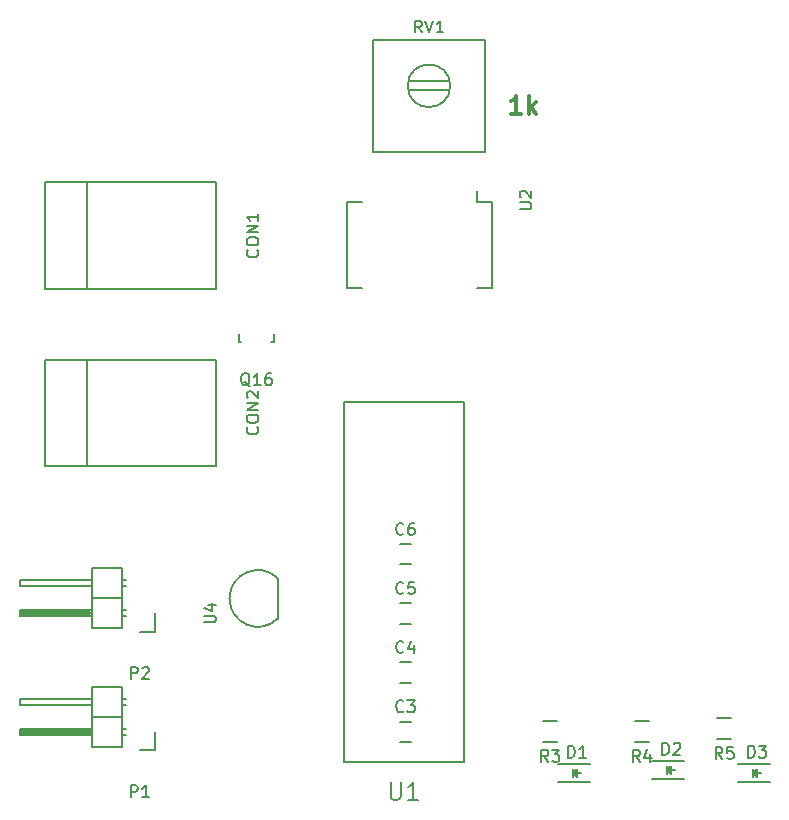
<source format=gto>
G04 #@! TF.FileFunction,Legend,Top*
%FSLAX46Y46*%
G04 Gerber Fmt 4.6, Leading zero omitted, Abs format (unit mm)*
G04 Created by KiCad (PCBNEW 4.0.0-2.201511301920+6191~38~ubuntu14.04.1-stable) date Fri 11 Mar 2016 15:08:48 AEDT*
%MOMM*%
G01*
G04 APERTURE LIST*
%ADD10C,0.100000*%
%ADD11C,0.300000*%
%ADD12C,0.150000*%
G04 APERTURE END LIST*
D10*
D11*
X174821429Y-62678571D02*
X173964286Y-62678571D01*
X174392858Y-62678571D02*
X174392858Y-61178571D01*
X174250001Y-61392857D01*
X174107143Y-61535714D01*
X173964286Y-61607143D01*
X175464286Y-62678571D02*
X175464286Y-61178571D01*
X175607143Y-62107143D02*
X176035714Y-62678571D01*
X176035714Y-61678571D02*
X175464286Y-62250000D01*
D12*
X165500000Y-114150000D02*
X164500000Y-114150000D01*
X164500000Y-115850000D02*
X165500000Y-115850000D01*
X165500000Y-109150000D02*
X164500000Y-109150000D01*
X164500000Y-110850000D02*
X165500000Y-110850000D01*
X165500000Y-104150000D02*
X164500000Y-104150000D01*
X164500000Y-105850000D02*
X165500000Y-105850000D01*
X165500000Y-99150000D02*
X164500000Y-99150000D01*
X164500000Y-100850000D02*
X165500000Y-100850000D01*
X137999500Y-68499120D02*
X137999500Y-77500880D01*
X134499380Y-68499120D02*
X134499380Y-77500880D01*
X134499380Y-77500880D02*
X149000240Y-77500880D01*
X149000240Y-77500880D02*
X149000240Y-68499120D01*
X149000240Y-68499120D02*
X134499380Y-68499120D01*
X137999500Y-83499120D02*
X137999500Y-92500880D01*
X134499380Y-83499120D02*
X134499380Y-92500880D01*
X134499380Y-92500880D02*
X149000240Y-92500880D01*
X149000240Y-92500880D02*
X149000240Y-83499120D01*
X149000240Y-83499120D02*
X134499380Y-83499120D01*
X177900000Y-119250000D02*
X180600000Y-119250000D01*
X177900000Y-117750000D02*
X180600000Y-117750000D01*
X179400000Y-118650000D02*
X179400000Y-118400000D01*
X179400000Y-118400000D02*
X179250000Y-118550000D01*
X179150000Y-118150000D02*
X179150000Y-118850000D01*
X179500000Y-118500000D02*
X179850000Y-118500000D01*
X179150000Y-118500000D02*
X179500000Y-118150000D01*
X179500000Y-118150000D02*
X179500000Y-118850000D01*
X179500000Y-118850000D02*
X179150000Y-118500000D01*
X185900000Y-119000000D02*
X188600000Y-119000000D01*
X185900000Y-117500000D02*
X188600000Y-117500000D01*
X187400000Y-118400000D02*
X187400000Y-118150000D01*
X187400000Y-118150000D02*
X187250000Y-118300000D01*
X187150000Y-117900000D02*
X187150000Y-118600000D01*
X187500000Y-118250000D02*
X187850000Y-118250000D01*
X187150000Y-118250000D02*
X187500000Y-117900000D01*
X187500000Y-117900000D02*
X187500000Y-118600000D01*
X187500000Y-118600000D02*
X187150000Y-118250000D01*
X193150000Y-119250000D02*
X195850000Y-119250000D01*
X193150000Y-117750000D02*
X195850000Y-117750000D01*
X194650000Y-118650000D02*
X194650000Y-118400000D01*
X194650000Y-118400000D02*
X194500000Y-118550000D01*
X194400000Y-118150000D02*
X194400000Y-118850000D01*
X194750000Y-118500000D02*
X195100000Y-118500000D01*
X194400000Y-118500000D02*
X194750000Y-118150000D01*
X194750000Y-118150000D02*
X194750000Y-118850000D01*
X194750000Y-118850000D02*
X194400000Y-118500000D01*
X143800000Y-106550000D02*
X143800000Y-105000000D01*
X142500000Y-106550000D02*
X143800000Y-106550000D01*
X138309000Y-105127000D02*
X132467000Y-105127000D01*
X132467000Y-105127000D02*
X132467000Y-104873000D01*
X132467000Y-104873000D02*
X138309000Y-104873000D01*
X138309000Y-104873000D02*
X138309000Y-105000000D01*
X138309000Y-105000000D02*
X132467000Y-105000000D01*
X140976000Y-105254000D02*
X141357000Y-105254000D01*
X140976000Y-104746000D02*
X141357000Y-104746000D01*
X140976000Y-102714000D02*
X141357000Y-102714000D01*
X140976000Y-102206000D02*
X141357000Y-102206000D01*
X140976000Y-106270000D02*
X138436000Y-106270000D01*
X140976000Y-103730000D02*
X138436000Y-103730000D01*
X140976000Y-103730000D02*
X140976000Y-101190000D01*
X140976000Y-101190000D02*
X138436000Y-101190000D01*
X138436000Y-102714000D02*
X132340000Y-102714000D01*
X132340000Y-102714000D02*
X132340000Y-102206000D01*
X132340000Y-102206000D02*
X138436000Y-102206000D01*
X138436000Y-101190000D02*
X138436000Y-103730000D01*
X138436000Y-103730000D02*
X138436000Y-106270000D01*
X132340000Y-104746000D02*
X138436000Y-104746000D01*
X132340000Y-105254000D02*
X132340000Y-104746000D01*
X138436000Y-105254000D02*
X132340000Y-105254000D01*
X140976000Y-103730000D02*
X138436000Y-103730000D01*
X140976000Y-106270000D02*
X140976000Y-103730000D01*
X153899820Y-81349200D02*
X153899820Y-82050240D01*
X153899820Y-82050240D02*
X153650900Y-82050240D01*
X151100840Y-82050240D02*
X150900180Y-82050240D01*
X150900180Y-82050240D02*
X150900180Y-81349200D01*
X176650000Y-114125000D02*
X177850000Y-114125000D01*
X177850000Y-115875000D02*
X176650000Y-115875000D01*
X184400000Y-114125000D02*
X185600000Y-114125000D01*
X185600000Y-115875000D02*
X184400000Y-115875000D01*
X191400000Y-113875000D02*
X192600000Y-113875000D01*
X192600000Y-115625000D02*
X191400000Y-115625000D01*
X165290000Y-59945000D02*
X168690000Y-59945000D01*
X165290000Y-60705000D02*
X168690000Y-60705000D01*
X162225000Y-56435000D02*
X171755000Y-56435000D01*
X171755000Y-56435000D02*
X171755000Y-65965000D01*
X171755000Y-65965000D02*
X162225000Y-65965000D01*
X162225000Y-65965000D02*
X162225000Y-56435000D01*
X168791735Y-60325000D02*
G75*
G03X168791735Y-60325000I-1801735J0D01*
G01*
X159800000Y-117540000D02*
X159800000Y-87060000D01*
X159800000Y-87060000D02*
X169960000Y-87060000D01*
X169960000Y-87060000D02*
X169960000Y-117540000D01*
X169960000Y-117540000D02*
X159800000Y-117540000D01*
X172295000Y-70135000D02*
X171025000Y-70135000D01*
X172295000Y-77485000D02*
X171025000Y-77485000D01*
X160085000Y-77485000D02*
X161355000Y-77485000D01*
X160085000Y-70135000D02*
X161355000Y-70135000D01*
X172295000Y-70135000D02*
X172295000Y-77485000D01*
X160085000Y-70135000D02*
X160085000Y-77485000D01*
X171025000Y-70135000D02*
X171025000Y-69200000D01*
X154200000Y-105430000D02*
X154200000Y-102030000D01*
X154197056Y-105427056D02*
G75*
G02X150100000Y-103730000I-1697056J1697056D01*
G01*
X154197056Y-102032944D02*
G75*
G03X150100000Y-103730000I-1697056J-1697056D01*
G01*
X143800000Y-116550000D02*
X143800000Y-115000000D01*
X142500000Y-116550000D02*
X143800000Y-116550000D01*
X138309000Y-115127000D02*
X132467000Y-115127000D01*
X132467000Y-115127000D02*
X132467000Y-114873000D01*
X132467000Y-114873000D02*
X138309000Y-114873000D01*
X138309000Y-114873000D02*
X138309000Y-115000000D01*
X138309000Y-115000000D02*
X132467000Y-115000000D01*
X140976000Y-115254000D02*
X141357000Y-115254000D01*
X140976000Y-114746000D02*
X141357000Y-114746000D01*
X140976000Y-112714000D02*
X141357000Y-112714000D01*
X140976000Y-112206000D02*
X141357000Y-112206000D01*
X140976000Y-116270000D02*
X138436000Y-116270000D01*
X140976000Y-113730000D02*
X138436000Y-113730000D01*
X140976000Y-113730000D02*
X140976000Y-111190000D01*
X140976000Y-111190000D02*
X138436000Y-111190000D01*
X138436000Y-112714000D02*
X132340000Y-112714000D01*
X132340000Y-112714000D02*
X132340000Y-112206000D01*
X132340000Y-112206000D02*
X138436000Y-112206000D01*
X138436000Y-111190000D02*
X138436000Y-113730000D01*
X138436000Y-113730000D02*
X138436000Y-116270000D01*
X132340000Y-114746000D02*
X138436000Y-114746000D01*
X132340000Y-115254000D02*
X132340000Y-114746000D01*
X138436000Y-115254000D02*
X132340000Y-115254000D01*
X140976000Y-113730000D02*
X138436000Y-113730000D01*
X140976000Y-116270000D02*
X140976000Y-113730000D01*
X164833334Y-113257143D02*
X164785715Y-113304762D01*
X164642858Y-113352381D01*
X164547620Y-113352381D01*
X164404762Y-113304762D01*
X164309524Y-113209524D01*
X164261905Y-113114286D01*
X164214286Y-112923810D01*
X164214286Y-112780952D01*
X164261905Y-112590476D01*
X164309524Y-112495238D01*
X164404762Y-112400000D01*
X164547620Y-112352381D01*
X164642858Y-112352381D01*
X164785715Y-112400000D01*
X164833334Y-112447619D01*
X165166667Y-112352381D02*
X165785715Y-112352381D01*
X165452381Y-112733333D01*
X165595239Y-112733333D01*
X165690477Y-112780952D01*
X165738096Y-112828571D01*
X165785715Y-112923810D01*
X165785715Y-113161905D01*
X165738096Y-113257143D01*
X165690477Y-113304762D01*
X165595239Y-113352381D01*
X165309524Y-113352381D01*
X165214286Y-113304762D01*
X165166667Y-113257143D01*
X164833334Y-108257143D02*
X164785715Y-108304762D01*
X164642858Y-108352381D01*
X164547620Y-108352381D01*
X164404762Y-108304762D01*
X164309524Y-108209524D01*
X164261905Y-108114286D01*
X164214286Y-107923810D01*
X164214286Y-107780952D01*
X164261905Y-107590476D01*
X164309524Y-107495238D01*
X164404762Y-107400000D01*
X164547620Y-107352381D01*
X164642858Y-107352381D01*
X164785715Y-107400000D01*
X164833334Y-107447619D01*
X165690477Y-107685714D02*
X165690477Y-108352381D01*
X165452381Y-107304762D02*
X165214286Y-108019048D01*
X165833334Y-108019048D01*
X164833334Y-103257143D02*
X164785715Y-103304762D01*
X164642858Y-103352381D01*
X164547620Y-103352381D01*
X164404762Y-103304762D01*
X164309524Y-103209524D01*
X164261905Y-103114286D01*
X164214286Y-102923810D01*
X164214286Y-102780952D01*
X164261905Y-102590476D01*
X164309524Y-102495238D01*
X164404762Y-102400000D01*
X164547620Y-102352381D01*
X164642858Y-102352381D01*
X164785715Y-102400000D01*
X164833334Y-102447619D01*
X165738096Y-102352381D02*
X165261905Y-102352381D01*
X165214286Y-102828571D01*
X165261905Y-102780952D01*
X165357143Y-102733333D01*
X165595239Y-102733333D01*
X165690477Y-102780952D01*
X165738096Y-102828571D01*
X165785715Y-102923810D01*
X165785715Y-103161905D01*
X165738096Y-103257143D01*
X165690477Y-103304762D01*
X165595239Y-103352381D01*
X165357143Y-103352381D01*
X165261905Y-103304762D01*
X165214286Y-103257143D01*
X164833334Y-98257143D02*
X164785715Y-98304762D01*
X164642858Y-98352381D01*
X164547620Y-98352381D01*
X164404762Y-98304762D01*
X164309524Y-98209524D01*
X164261905Y-98114286D01*
X164214286Y-97923810D01*
X164214286Y-97780952D01*
X164261905Y-97590476D01*
X164309524Y-97495238D01*
X164404762Y-97400000D01*
X164547620Y-97352381D01*
X164642858Y-97352381D01*
X164785715Y-97400000D01*
X164833334Y-97447619D01*
X165690477Y-97352381D02*
X165500000Y-97352381D01*
X165404762Y-97400000D01*
X165357143Y-97447619D01*
X165261905Y-97590476D01*
X165214286Y-97780952D01*
X165214286Y-98161905D01*
X165261905Y-98257143D01*
X165309524Y-98304762D01*
X165404762Y-98352381D01*
X165595239Y-98352381D01*
X165690477Y-98304762D01*
X165738096Y-98257143D01*
X165785715Y-98161905D01*
X165785715Y-97923810D01*
X165738096Y-97828571D01*
X165690477Y-97780952D01*
X165595239Y-97733333D01*
X165404762Y-97733333D01*
X165309524Y-97780952D01*
X165261905Y-97828571D01*
X165214286Y-97923810D01*
X152456183Y-74214285D02*
X152503802Y-74261904D01*
X152551421Y-74404761D01*
X152551421Y-74499999D01*
X152503802Y-74642857D01*
X152408564Y-74738095D01*
X152313326Y-74785714D01*
X152122850Y-74833333D01*
X151979992Y-74833333D01*
X151789516Y-74785714D01*
X151694278Y-74738095D01*
X151599040Y-74642857D01*
X151551421Y-74499999D01*
X151551421Y-74404761D01*
X151599040Y-74261904D01*
X151646659Y-74214285D01*
X151551421Y-73595238D02*
X151551421Y-73404761D01*
X151599040Y-73309523D01*
X151694278Y-73214285D01*
X151884754Y-73166666D01*
X152218088Y-73166666D01*
X152408564Y-73214285D01*
X152503802Y-73309523D01*
X152551421Y-73404761D01*
X152551421Y-73595238D01*
X152503802Y-73690476D01*
X152408564Y-73785714D01*
X152218088Y-73833333D01*
X151884754Y-73833333D01*
X151694278Y-73785714D01*
X151599040Y-73690476D01*
X151551421Y-73595238D01*
X152551421Y-72738095D02*
X151551421Y-72738095D01*
X152551421Y-72166666D01*
X151551421Y-72166666D01*
X152551421Y-71166666D02*
X152551421Y-71738095D01*
X152551421Y-71452381D02*
X151551421Y-71452381D01*
X151694278Y-71547619D01*
X151789516Y-71642857D01*
X151837135Y-71738095D01*
X152456183Y-89214285D02*
X152503802Y-89261904D01*
X152551421Y-89404761D01*
X152551421Y-89499999D01*
X152503802Y-89642857D01*
X152408564Y-89738095D01*
X152313326Y-89785714D01*
X152122850Y-89833333D01*
X151979992Y-89833333D01*
X151789516Y-89785714D01*
X151694278Y-89738095D01*
X151599040Y-89642857D01*
X151551421Y-89499999D01*
X151551421Y-89404761D01*
X151599040Y-89261904D01*
X151646659Y-89214285D01*
X151551421Y-88595238D02*
X151551421Y-88404761D01*
X151599040Y-88309523D01*
X151694278Y-88214285D01*
X151884754Y-88166666D01*
X152218088Y-88166666D01*
X152408564Y-88214285D01*
X152503802Y-88309523D01*
X152551421Y-88404761D01*
X152551421Y-88595238D01*
X152503802Y-88690476D01*
X152408564Y-88785714D01*
X152218088Y-88833333D01*
X151884754Y-88833333D01*
X151694278Y-88785714D01*
X151599040Y-88690476D01*
X151551421Y-88595238D01*
X152551421Y-87738095D02*
X151551421Y-87738095D01*
X152551421Y-87166666D01*
X151551421Y-87166666D01*
X151646659Y-86738095D02*
X151599040Y-86690476D01*
X151551421Y-86595238D01*
X151551421Y-86357142D01*
X151599040Y-86261904D01*
X151646659Y-86214285D01*
X151741897Y-86166666D01*
X151837135Y-86166666D01*
X151979992Y-86214285D01*
X152551421Y-86785714D01*
X152551421Y-86166666D01*
X178761905Y-117202381D02*
X178761905Y-116202381D01*
X179000000Y-116202381D01*
X179142858Y-116250000D01*
X179238096Y-116345238D01*
X179285715Y-116440476D01*
X179333334Y-116630952D01*
X179333334Y-116773810D01*
X179285715Y-116964286D01*
X179238096Y-117059524D01*
X179142858Y-117154762D01*
X179000000Y-117202381D01*
X178761905Y-117202381D01*
X180285715Y-117202381D02*
X179714286Y-117202381D01*
X180000000Y-117202381D02*
X180000000Y-116202381D01*
X179904762Y-116345238D01*
X179809524Y-116440476D01*
X179714286Y-116488095D01*
X186761905Y-116952381D02*
X186761905Y-115952381D01*
X187000000Y-115952381D01*
X187142858Y-116000000D01*
X187238096Y-116095238D01*
X187285715Y-116190476D01*
X187333334Y-116380952D01*
X187333334Y-116523810D01*
X187285715Y-116714286D01*
X187238096Y-116809524D01*
X187142858Y-116904762D01*
X187000000Y-116952381D01*
X186761905Y-116952381D01*
X187714286Y-116047619D02*
X187761905Y-116000000D01*
X187857143Y-115952381D01*
X188095239Y-115952381D01*
X188190477Y-116000000D01*
X188238096Y-116047619D01*
X188285715Y-116142857D01*
X188285715Y-116238095D01*
X188238096Y-116380952D01*
X187666667Y-116952381D01*
X188285715Y-116952381D01*
X194011905Y-117202381D02*
X194011905Y-116202381D01*
X194250000Y-116202381D01*
X194392858Y-116250000D01*
X194488096Y-116345238D01*
X194535715Y-116440476D01*
X194583334Y-116630952D01*
X194583334Y-116773810D01*
X194535715Y-116964286D01*
X194488096Y-117059524D01*
X194392858Y-117154762D01*
X194250000Y-117202381D01*
X194011905Y-117202381D01*
X194916667Y-116202381D02*
X195535715Y-116202381D01*
X195202381Y-116583333D01*
X195345239Y-116583333D01*
X195440477Y-116630952D01*
X195488096Y-116678571D01*
X195535715Y-116773810D01*
X195535715Y-117011905D01*
X195488096Y-117107143D01*
X195440477Y-117154762D01*
X195345239Y-117202381D01*
X195059524Y-117202381D01*
X194964286Y-117154762D01*
X194916667Y-117107143D01*
X141761905Y-110552381D02*
X141761905Y-109552381D01*
X142142858Y-109552381D01*
X142238096Y-109600000D01*
X142285715Y-109647619D01*
X142333334Y-109742857D01*
X142333334Y-109885714D01*
X142285715Y-109980952D01*
X142238096Y-110028571D01*
X142142858Y-110076190D01*
X141761905Y-110076190D01*
X142714286Y-109647619D02*
X142761905Y-109600000D01*
X142857143Y-109552381D01*
X143095239Y-109552381D01*
X143190477Y-109600000D01*
X143238096Y-109647619D01*
X143285715Y-109742857D01*
X143285715Y-109838095D01*
X143238096Y-109980952D01*
X142666667Y-110552381D01*
X143285715Y-110552381D01*
X151828572Y-85757619D02*
X151733334Y-85710000D01*
X151638096Y-85614762D01*
X151495239Y-85471905D01*
X151400000Y-85424286D01*
X151304762Y-85424286D01*
X151352381Y-85662381D02*
X151257143Y-85614762D01*
X151161905Y-85519524D01*
X151114286Y-85329048D01*
X151114286Y-84995714D01*
X151161905Y-84805238D01*
X151257143Y-84710000D01*
X151352381Y-84662381D01*
X151542858Y-84662381D01*
X151638096Y-84710000D01*
X151733334Y-84805238D01*
X151780953Y-84995714D01*
X151780953Y-85329048D01*
X151733334Y-85519524D01*
X151638096Y-85614762D01*
X151542858Y-85662381D01*
X151352381Y-85662381D01*
X152733334Y-85662381D02*
X152161905Y-85662381D01*
X152447619Y-85662381D02*
X152447619Y-84662381D01*
X152352381Y-84805238D01*
X152257143Y-84900476D01*
X152161905Y-84948095D01*
X153590477Y-84662381D02*
X153400000Y-84662381D01*
X153304762Y-84710000D01*
X153257143Y-84757619D01*
X153161905Y-84900476D01*
X153114286Y-85090952D01*
X153114286Y-85471905D01*
X153161905Y-85567143D01*
X153209524Y-85614762D01*
X153304762Y-85662381D01*
X153495239Y-85662381D01*
X153590477Y-85614762D01*
X153638096Y-85567143D01*
X153685715Y-85471905D01*
X153685715Y-85233810D01*
X153638096Y-85138571D01*
X153590477Y-85090952D01*
X153495239Y-85043333D01*
X153304762Y-85043333D01*
X153209524Y-85090952D01*
X153161905Y-85138571D01*
X153114286Y-85233810D01*
X177083334Y-117552381D02*
X176750000Y-117076190D01*
X176511905Y-117552381D02*
X176511905Y-116552381D01*
X176892858Y-116552381D01*
X176988096Y-116600000D01*
X177035715Y-116647619D01*
X177083334Y-116742857D01*
X177083334Y-116885714D01*
X177035715Y-116980952D01*
X176988096Y-117028571D01*
X176892858Y-117076190D01*
X176511905Y-117076190D01*
X177416667Y-116552381D02*
X178035715Y-116552381D01*
X177702381Y-116933333D01*
X177845239Y-116933333D01*
X177940477Y-116980952D01*
X177988096Y-117028571D01*
X178035715Y-117123810D01*
X178035715Y-117361905D01*
X177988096Y-117457143D01*
X177940477Y-117504762D01*
X177845239Y-117552381D01*
X177559524Y-117552381D01*
X177464286Y-117504762D01*
X177416667Y-117457143D01*
X184833334Y-117552381D02*
X184500000Y-117076190D01*
X184261905Y-117552381D02*
X184261905Y-116552381D01*
X184642858Y-116552381D01*
X184738096Y-116600000D01*
X184785715Y-116647619D01*
X184833334Y-116742857D01*
X184833334Y-116885714D01*
X184785715Y-116980952D01*
X184738096Y-117028571D01*
X184642858Y-117076190D01*
X184261905Y-117076190D01*
X185690477Y-116885714D02*
X185690477Y-117552381D01*
X185452381Y-116504762D02*
X185214286Y-117219048D01*
X185833334Y-117219048D01*
X191833334Y-117302381D02*
X191500000Y-116826190D01*
X191261905Y-117302381D02*
X191261905Y-116302381D01*
X191642858Y-116302381D01*
X191738096Y-116350000D01*
X191785715Y-116397619D01*
X191833334Y-116492857D01*
X191833334Y-116635714D01*
X191785715Y-116730952D01*
X191738096Y-116778571D01*
X191642858Y-116826190D01*
X191261905Y-116826190D01*
X192738096Y-116302381D02*
X192261905Y-116302381D01*
X192214286Y-116778571D01*
X192261905Y-116730952D01*
X192357143Y-116683333D01*
X192595239Y-116683333D01*
X192690477Y-116730952D01*
X192738096Y-116778571D01*
X192785715Y-116873810D01*
X192785715Y-117111905D01*
X192738096Y-117207143D01*
X192690477Y-117254762D01*
X192595239Y-117302381D01*
X192357143Y-117302381D01*
X192261905Y-117254762D01*
X192214286Y-117207143D01*
X166394762Y-55810381D02*
X166061428Y-55334190D01*
X165823333Y-55810381D02*
X165823333Y-54810381D01*
X166204286Y-54810381D01*
X166299524Y-54858000D01*
X166347143Y-54905619D01*
X166394762Y-55000857D01*
X166394762Y-55143714D01*
X166347143Y-55238952D01*
X166299524Y-55286571D01*
X166204286Y-55334190D01*
X165823333Y-55334190D01*
X166680476Y-54810381D02*
X167013809Y-55810381D01*
X167347143Y-54810381D01*
X168204286Y-55810381D02*
X167632857Y-55810381D01*
X167918571Y-55810381D02*
X167918571Y-54810381D01*
X167823333Y-54953238D01*
X167728095Y-55048476D01*
X167632857Y-55096095D01*
X163737143Y-119258571D02*
X163737143Y-120472857D01*
X163808571Y-120615714D01*
X163880000Y-120687143D01*
X164022857Y-120758571D01*
X164308571Y-120758571D01*
X164451429Y-120687143D01*
X164522857Y-120615714D01*
X164594286Y-120472857D01*
X164594286Y-119258571D01*
X166094286Y-120758571D02*
X165237143Y-120758571D01*
X165665715Y-120758571D02*
X165665715Y-119258571D01*
X165522858Y-119472857D01*
X165380000Y-119615714D01*
X165237143Y-119687143D01*
X174672381Y-70761905D02*
X175481905Y-70761905D01*
X175577143Y-70714286D01*
X175624762Y-70666667D01*
X175672381Y-70571429D01*
X175672381Y-70380952D01*
X175624762Y-70285714D01*
X175577143Y-70238095D01*
X175481905Y-70190476D01*
X174672381Y-70190476D01*
X174767619Y-69761905D02*
X174720000Y-69714286D01*
X174672381Y-69619048D01*
X174672381Y-69380952D01*
X174720000Y-69285714D01*
X174767619Y-69238095D01*
X174862857Y-69190476D01*
X174958095Y-69190476D01*
X175100952Y-69238095D01*
X175672381Y-69809524D01*
X175672381Y-69190476D01*
X147952381Y-105761905D02*
X148761905Y-105761905D01*
X148857143Y-105714286D01*
X148904762Y-105666667D01*
X148952381Y-105571429D01*
X148952381Y-105380952D01*
X148904762Y-105285714D01*
X148857143Y-105238095D01*
X148761905Y-105190476D01*
X147952381Y-105190476D01*
X148285714Y-104285714D02*
X148952381Y-104285714D01*
X147904762Y-104523810D02*
X148619048Y-104761905D01*
X148619048Y-104142857D01*
X141761905Y-120552381D02*
X141761905Y-119552381D01*
X142142858Y-119552381D01*
X142238096Y-119600000D01*
X142285715Y-119647619D01*
X142333334Y-119742857D01*
X142333334Y-119885714D01*
X142285715Y-119980952D01*
X142238096Y-120028571D01*
X142142858Y-120076190D01*
X141761905Y-120076190D01*
X143285715Y-120552381D02*
X142714286Y-120552381D01*
X143000000Y-120552381D02*
X143000000Y-119552381D01*
X142904762Y-119695238D01*
X142809524Y-119790476D01*
X142714286Y-119838095D01*
M02*

</source>
